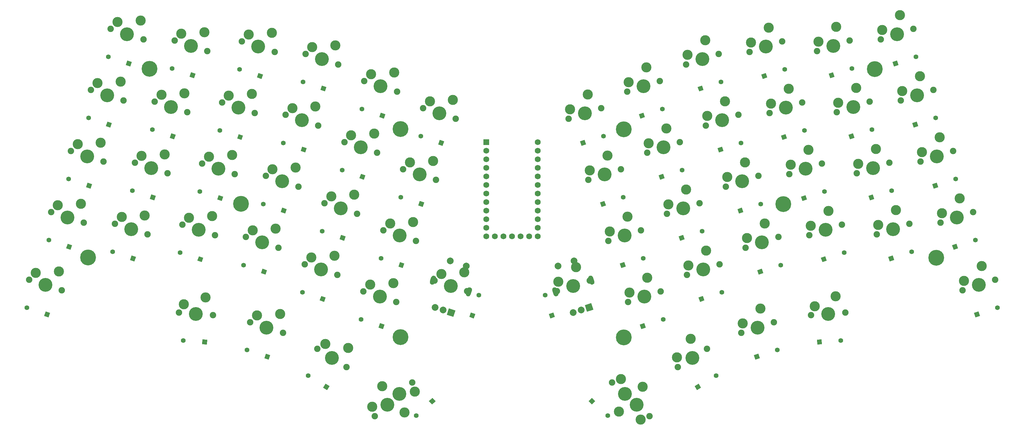
<source format=gts>
G04 #@! TF.GenerationSoftware,KiCad,Pcbnew,(6.0.2-0)*
G04 #@! TF.CreationDate,2022-02-19T09:02:28+00:00*
G04 #@! TF.ProjectId,atreyu-pcb2,61747265-7975-42d7-9063-62322e6b6963,rev?*
G04 #@! TF.SameCoordinates,Original*
G04 #@! TF.FileFunction,Soldermask,Top*
G04 #@! TF.FilePolarity,Negative*
%FSLAX46Y46*%
G04 Gerber Fmt 4.6, Leading zero omitted, Abs format (unit mm)*
G04 Created by KiCad (PCBNEW (6.0.2-0)) date 2022-02-19 09:02:28*
%MOMM*%
%LPD*%
G01*
G04 APERTURE LIST*
%ADD10C,1.900000*%
%ADD11C,3.000000*%
%ADD12C,4.100000*%
%ADD13C,1.400000*%
%ADD14R,1.752600X1.752600*%
%ADD15C,1.752600*%
%ADD16C,4.700000*%
%ADD17C,2.000000*%
G04 APERTURE END LIST*
D10*
X156035123Y-156321521D03*
D11*
X156573071Y-150667442D03*
D10*
X147418955Y-150937541D03*
D12*
X151727039Y-153629531D03*
D11*
X149841971Y-149456496D03*
G36*
X277178703Y-154124510D02*
G01*
X276746080Y-152793031D01*
X278077559Y-152360408D01*
X278510182Y-153691887D01*
X277178703Y-154124510D01*
G37*
D13*
X283667340Y-151280201D03*
G36*
X184985510Y-89373238D02*
G01*
X184552887Y-90704717D01*
X183221408Y-90272094D01*
X183654031Y-88940615D01*
X184985510Y-89373238D01*
G37*
X178064250Y-87860408D03*
D12*
X137000906Y-101225891D03*
D11*
X140986396Y-97179427D03*
D10*
X132169539Y-99656085D03*
D11*
X134162284Y-97632853D03*
D10*
X141832273Y-102795697D03*
G36*
X243103634Y-82644400D02*
G01*
X242671011Y-81312921D01*
X244002490Y-80880298D01*
X244435113Y-82211777D01*
X243103634Y-82644400D01*
G37*
D13*
X249592271Y-79800091D03*
G36*
X151076986Y-161982270D02*
G01*
X150335099Y-163169537D01*
X149147832Y-162427650D01*
X149889719Y-161240383D01*
X151076986Y-161982270D01*
G37*
X144727304Y-158839973D03*
D11*
X307622159Y-96065555D03*
D12*
X312030587Y-97303884D03*
D10*
X316861954Y-95734078D03*
D11*
X312876464Y-91687614D03*
D10*
X307199220Y-98873690D03*
D11*
X129566373Y-141034254D03*
D12*
X132404995Y-144627292D03*
D10*
X127573628Y-143057486D03*
D11*
X136390485Y-140580828D03*
D10*
X137236362Y-146197098D03*
D14*
X197502560Y-89601494D03*
D15*
X197502560Y-92141494D03*
X197502560Y-94681494D03*
X197502560Y-97221494D03*
X197502560Y-99761494D03*
X197502560Y-102301494D03*
X197502560Y-104841494D03*
X197502560Y-107381494D03*
X197502560Y-109921494D03*
X197502560Y-112461494D03*
X197502560Y-115001494D03*
X197502560Y-117541494D03*
X212742560Y-117541494D03*
X212742560Y-115001494D03*
X212742560Y-112461494D03*
X212742560Y-109921494D03*
X212742560Y-107381494D03*
X212742560Y-104841494D03*
X212742560Y-102301494D03*
X212742560Y-99761494D03*
X212742560Y-97221494D03*
X212742560Y-94681494D03*
X212742560Y-92141494D03*
X212742560Y-89601494D03*
X200042560Y-117541494D03*
X202582560Y-117541494D03*
X205122560Y-117541494D03*
X207662560Y-117541494D03*
X210202560Y-117541494D03*
D12*
X92328646Y-115421169D03*
D10*
X97160013Y-116990975D03*
D11*
X96314136Y-111374705D03*
D10*
X87497279Y-113851363D03*
D11*
X89490024Y-111828131D03*
D10*
X248890818Y-71481720D03*
D11*
X239651023Y-71813197D03*
X244905328Y-67435256D03*
D10*
X239228084Y-74621332D03*
D12*
X244059451Y-73051526D03*
D10*
X218417701Y-133862567D03*
D11*
X224094945Y-126676491D03*
D12*
X223249068Y-132292761D03*
D10*
X228080435Y-130722955D03*
D11*
X218840640Y-131054432D03*
D16*
X312504521Y-67938959D03*
G36*
X227778450Y-166520131D02*
G01*
X228715233Y-165479728D01*
X229755636Y-166416511D01*
X228818853Y-167456914D01*
X227778450Y-166520131D01*
G37*
D13*
X233486013Y-170717300D03*
D11*
X109451472Y-112037820D03*
D10*
X107458727Y-114061052D03*
D11*
X116275584Y-111584394D03*
D10*
X117121461Y-117200664D03*
D12*
X112290094Y-115630858D03*
G36*
X133499039Y-152793029D02*
G01*
X133066416Y-154124508D01*
X131734937Y-153691885D01*
X132167560Y-152360406D01*
X133499039Y-152793029D01*
G37*
D13*
X126577779Y-151280199D03*
D12*
X129950414Y-61277979D03*
D11*
X133935904Y-57231515D03*
X127111792Y-57684941D03*
D10*
X125119047Y-59708173D03*
X134781781Y-62847785D03*
D16*
X330704465Y-123952619D03*
G36*
X111376710Y-69329455D02*
G01*
X110944087Y-70660934D01*
X109612608Y-70228311D01*
X110045231Y-68896832D01*
X111376710Y-69329455D01*
G37*
D13*
X104455450Y-67816625D03*
G36*
X225692419Y-90705287D02*
G01*
X225259796Y-89373808D01*
X226591275Y-88941185D01*
X227023898Y-90272664D01*
X225692419Y-90705287D01*
G37*
X232181056Y-87860978D03*
D11*
X76474264Y-90239414D03*
D12*
X79312886Y-93832452D03*
D10*
X84144253Y-95402258D03*
X74481519Y-92262646D03*
D11*
X83298376Y-89785988D03*
G36*
X260763952Y-136997280D02*
G01*
X260331329Y-135665801D01*
X261662808Y-135233178D01*
X262095431Y-136564657D01*
X260763952Y-136997280D01*
G37*
D13*
X267252589Y-134152971D03*
G36*
X243352738Y-145058168D02*
G01*
X242920115Y-143726689D01*
X244251594Y-143294066D01*
X244684217Y-144625545D01*
X243352738Y-145058168D01*
G37*
X249841375Y-142213859D03*
G36*
X316962240Y-125014156D02*
G01*
X316529617Y-123682677D01*
X317861096Y-123250054D01*
X318293719Y-124581533D01*
X316962240Y-125014156D01*
G37*
X323450877Y-122169847D03*
D11*
X318763238Y-109805240D03*
X313508933Y-114183181D03*
D10*
X313085994Y-116991316D03*
X322748728Y-113851704D03*
D12*
X317917361Y-115421510D03*
G36*
X144276122Y-91369658D02*
G01*
X143843499Y-92701137D01*
X142512020Y-92268514D01*
X142944643Y-90937035D01*
X144276122Y-91369658D01*
G37*
D13*
X137354862Y-89856828D03*
D11*
X268835786Y-99987561D03*
X274090091Y-95609620D03*
D10*
X278075581Y-99656084D03*
X268412847Y-102795696D03*
D12*
X273244214Y-101225890D03*
D11*
X298800906Y-110014588D03*
D12*
X297955029Y-115630858D03*
D10*
X293123662Y-117200664D03*
X302786396Y-114061052D03*
D11*
X293546601Y-114392529D03*
G36*
X119565312Y-105774627D02*
G01*
X119132689Y-107106106D01*
X117801210Y-106673483D01*
X118233833Y-105342004D01*
X119565312Y-105774627D01*
G37*
D13*
X112644052Y-104261797D03*
D12*
X165935039Y-135464799D03*
D10*
X170766406Y-137034605D03*
D11*
X169920529Y-131418335D03*
D10*
X161103672Y-133894993D03*
D11*
X163096417Y-131871761D03*
D10*
X320214974Y-77284973D03*
X329877708Y-74145361D03*
D11*
X320637913Y-74476838D03*
X325892218Y-70098897D03*
D12*
X325046341Y-75715167D03*
G36*
X86587406Y-83975991D02*
G01*
X86154783Y-85307470D01*
X84823304Y-84874847D01*
X85255927Y-83543368D01*
X86587406Y-83975991D01*
G37*
D13*
X79666146Y-82463161D03*
D12*
X292068252Y-97513232D03*
D10*
X296899619Y-95943426D03*
D11*
X287659824Y-96274903D03*
D10*
X287236885Y-99083038D03*
D11*
X292914129Y-91896962D03*
X251424572Y-108048448D03*
D12*
X255833000Y-109286777D03*
D10*
X251001633Y-110856583D03*
X260664367Y-107716971D03*
D11*
X256678877Y-103670507D03*
G36*
X237465963Y-126940541D02*
G01*
X237033340Y-125609062D01*
X238364819Y-125176439D01*
X238797442Y-126507918D01*
X237465963Y-126940541D01*
G37*
D13*
X243954600Y-124096232D03*
G36*
X329977297Y-103425667D02*
G01*
X329544674Y-102094188D01*
X330876153Y-101661565D01*
X331308776Y-102993044D01*
X329977297Y-103425667D01*
G37*
X336465934Y-100581358D03*
G36*
X149913790Y-135665797D02*
G01*
X149481167Y-136997276D01*
X148149688Y-136564653D01*
X148582311Y-135233174D01*
X149913790Y-135665797D01*
G37*
X142992530Y-134152967D03*
D16*
X238189307Y-85808627D03*
G36*
X132502574Y-127604911D02*
G01*
X132069951Y-128936390D01*
X130738472Y-128503767D01*
X131171095Y-127172288D01*
X132502574Y-127604911D01*
G37*
D13*
X125581314Y-126092081D03*
G36*
X248990403Y-100762025D02*
G01*
X248557780Y-99430546D01*
X249889259Y-98997923D01*
X250321882Y-100329402D01*
X248990403Y-100762025D01*
G37*
X255479040Y-97917716D03*
D16*
X285462261Y-108005630D03*
D12*
X249946226Y-91169151D03*
D10*
X254777593Y-89599345D03*
D11*
X245537798Y-89930822D03*
D10*
X245114859Y-92738957D03*
D11*
X250792103Y-85552881D03*
X135099620Y-115297053D03*
D10*
X135945497Y-120913323D03*
D11*
X128275508Y-115750479D03*
D10*
X126282763Y-117773711D03*
D12*
X131114130Y-119343517D03*
D11*
X301735384Y-77947928D03*
D10*
X310975179Y-77616451D03*
X301312445Y-80756063D03*
D11*
X306989689Y-73569987D03*
D12*
X306143812Y-79186257D03*
D11*
X314751141Y-56359211D03*
D12*
X319159569Y-57597540D03*
D11*
X320005446Y-51981270D03*
D10*
X314328202Y-59167346D03*
X323990936Y-56027734D03*
D11*
X275886277Y-60039649D03*
X281140582Y-55661708D03*
D10*
X275463338Y-62847784D03*
D12*
X280294705Y-61277978D03*
D10*
X285126072Y-59708172D03*
D11*
X326524689Y-92594463D03*
D10*
X326101750Y-95402598D03*
X335764484Y-92262986D03*
D11*
X331778994Y-88216522D03*
D12*
X330933117Y-93832792D03*
D11*
X281773051Y-78157275D03*
X287027356Y-73779334D03*
D10*
X281350112Y-80965410D03*
X291012846Y-77825798D03*
D12*
X286181479Y-79395604D03*
G36*
X295517231Y-149640965D02*
G01*
X295419572Y-148244376D01*
X296816161Y-148146717D01*
X296913820Y-149543306D01*
X295517231Y-149640965D01*
G37*
D13*
X302501228Y-148450887D03*
G36*
X150162898Y-73252031D02*
G01*
X149730275Y-74583510D01*
X148398796Y-74150887D01*
X148831419Y-72819408D01*
X150162898Y-73252031D01*
G37*
X143241638Y-71739201D03*
G36*
X217789465Y-141479502D02*
G01*
X216457986Y-141912125D01*
X216025363Y-140580646D01*
X217356842Y-140148023D01*
X217789465Y-141479502D01*
G37*
X214945156Y-134990865D03*
D10*
X155467527Y-89599346D03*
D12*
X160298894Y-91169152D03*
D11*
X157460272Y-87576114D03*
D10*
X165130261Y-92738958D03*
D11*
X164284384Y-87122688D03*
D10*
X71740565Y-133569335D03*
D11*
X70894688Y-127953065D03*
D12*
X66909198Y-131999529D03*
D10*
X62077831Y-130429723D03*
D11*
X64070576Y-128406491D03*
X257980132Y-147975454D03*
D10*
X254209996Y-156321523D03*
X262826164Y-150937543D03*
D11*
X253941022Y-153494483D03*
D12*
X258518080Y-153629533D03*
X232536534Y-99229545D03*
D10*
X227705167Y-100799351D03*
X237367901Y-97659739D03*
D11*
X228128106Y-97991216D03*
X233382411Y-93613275D03*
D12*
X261719773Y-127404406D03*
D11*
X257311345Y-126166077D03*
D10*
X266551140Y-125834600D03*
D11*
X262565650Y-121788136D03*
D10*
X256888406Y-128974212D03*
G36*
X324090523Y-85308039D02*
G01*
X323657900Y-83976560D01*
X324989379Y-83543937D01*
X325422002Y-84875416D01*
X324090523Y-85308039D01*
G37*
D13*
X330579160Y-82463730D03*
D10*
X242275176Y-167693797D03*
X234724824Y-160895431D03*
D11*
X243786771Y-162219030D03*
D12*
X238500000Y-164294614D03*
D11*
X237368210Y-159857639D03*
G36*
X93716390Y-123682335D02*
G01*
X93283767Y-125013814D01*
X91952288Y-124581191D01*
X92384911Y-123249712D01*
X93716390Y-123682335D01*
G37*
D13*
X86795130Y-122169505D03*
G36*
X291112433Y-107106104D02*
G01*
X290679810Y-105774625D01*
X292011289Y-105342002D01*
X292443912Y-106673481D01*
X291112433Y-107106104D01*
G37*
X297601070Y-104261795D03*
G36*
X181530587Y-165479958D02*
G01*
X182467370Y-166520361D01*
X181426967Y-167457144D01*
X180490184Y-166416741D01*
X181530587Y-165479958D01*
G37*
X176759807Y-170717530D03*
G36*
X167574110Y-81312920D02*
G01*
X167141487Y-82644399D01*
X165810008Y-82211776D01*
X166242631Y-80880297D01*
X167574110Y-81312920D01*
G37*
X160652850Y-79800090D03*
D11*
X140049057Y-79515226D03*
D10*
X138056312Y-81538458D03*
X147719046Y-84678070D03*
D12*
X142887679Y-83108264D03*
D11*
X146873169Y-79061800D03*
D10*
X182539952Y-100799353D03*
D12*
X177708585Y-99229547D03*
D11*
X181694075Y-95183083D03*
D10*
X172877218Y-97659741D03*
D11*
X174869963Y-95636509D03*
D10*
X221818392Y-82681726D03*
D11*
X222241331Y-79873591D03*
X227495636Y-75495650D03*
D10*
X231481126Y-79542114D03*
D12*
X226649759Y-81111920D03*
G36*
X113678537Y-123892251D02*
G01*
X113245914Y-125223730D01*
X111914435Y-124791107D01*
X112347058Y-123459628D01*
X113678537Y-123892251D01*
G37*
D13*
X106757277Y-122379421D03*
D11*
X344182687Y-126383603D03*
D10*
X338505443Y-133569679D03*
X348168177Y-130430067D03*
D12*
X343336810Y-131999873D03*
D11*
X338928382Y-130761544D03*
D10*
X159243487Y-110856585D03*
X149580753Y-107716973D03*
D12*
X154412120Y-109286779D03*
D11*
X158397610Y-105240315D03*
X151573498Y-105693741D03*
G36*
X80700631Y-102093618D02*
G01*
X80268008Y-103425097D01*
X78936529Y-102992474D01*
X79369152Y-101660995D01*
X80700631Y-102093618D01*
G37*
D13*
X73779371Y-100580788D03*
G36*
X299301219Y-70661502D02*
G01*
X298868596Y-69330023D01*
X300200075Y-68897400D01*
X300632698Y-70228879D01*
X299301219Y-70661502D01*
G37*
X305789856Y-67817193D03*
D10*
X283962353Y-117773711D03*
D11*
X279976863Y-113727247D03*
D10*
X274299619Y-120913323D03*
D11*
X274722558Y-118105188D03*
D12*
X279130986Y-119343517D03*
G36*
X179098550Y-107491436D02*
G01*
X178665927Y-108822915D01*
X177334448Y-108390292D01*
X177767071Y-107058813D01*
X179098550Y-107491436D01*
G37*
D13*
X172177290Y-105978606D03*
G36*
X335864070Y-121543293D02*
G01*
X335431447Y-120211814D01*
X336762926Y-119779191D01*
X337195549Y-121110670D01*
X335864070Y-121543293D01*
G37*
X342352707Y-118698984D03*
D12*
X336819892Y-111950419D03*
D10*
X341651259Y-110380613D03*
X331988525Y-113520225D03*
D11*
X337665769Y-106334149D03*
X332411464Y-110712090D03*
G36*
X92474179Y-65858365D02*
G01*
X92041556Y-67189844D01*
X90710077Y-66757221D01*
X91142700Y-65425742D01*
X92474179Y-65858365D01*
G37*
D13*
X85552919Y-64345535D03*
D10*
X171981771Y-164082391D03*
D11*
X163675621Y-168143374D03*
D10*
X164431419Y-170880757D03*
D11*
X166694999Y-162006807D03*
D12*
X168206595Y-167481574D03*
G36*
X318203749Y-67190413D02*
G01*
X317771126Y-65858934D01*
X319102605Y-65426311D01*
X319535228Y-66757790D01*
X318203749Y-67190413D01*
G37*
D13*
X324692386Y-64346104D03*
G36*
X155800563Y-117548172D02*
G01*
X155367940Y-118879651D01*
X154036461Y-118447028D01*
X154469084Y-117115549D01*
X155800563Y-117548172D01*
G37*
X148879303Y-116035342D03*
D11*
X122162357Y-93466767D03*
D10*
X113345500Y-95943425D03*
X123008234Y-99083037D03*
D11*
X115338245Y-93920193D03*
D12*
X118176867Y-97513231D03*
D10*
X153605821Y-66560444D03*
D12*
X148774454Y-64990638D03*
D11*
X152759944Y-60944174D03*
D10*
X143943087Y-63420832D03*
D11*
X145935832Y-61397600D03*
D10*
X153356715Y-128974212D03*
D11*
X152510838Y-123357942D03*
D12*
X148525348Y-127404406D03*
D11*
X145686726Y-123811368D03*
D10*
X143693981Y-125834600D03*
D12*
X124063641Y-79395604D03*
D11*
X121225019Y-75802566D03*
D10*
X119232274Y-77825798D03*
X128895008Y-80965410D03*
D11*
X128049131Y-75349140D03*
G36*
X167325002Y-143726688D02*
G01*
X166892379Y-145058167D01*
X165560900Y-144625544D01*
X165993523Y-143294065D01*
X167325002Y-143726688D01*
G37*
D13*
X160403742Y-142213858D03*
G36*
X173211778Y-125609062D02*
G01*
X172779155Y-126940541D01*
X171447676Y-126507918D01*
X171880299Y-125176439D01*
X173211778Y-125609062D01*
G37*
X166290518Y-124096232D03*
D10*
X93384051Y-95733736D03*
D11*
X102200908Y-93257078D03*
X95376796Y-93710504D03*
D12*
X98215418Y-97303542D03*
D10*
X103046785Y-98873348D03*
G36*
X193787132Y-141912126D02*
G01*
X192455653Y-141479503D01*
X192888276Y-140148024D01*
X194219755Y-140580647D01*
X193787132Y-141912126D01*
G37*
D13*
X195299962Y-134990866D03*
D10*
X243254676Y-115777369D03*
D11*
X234014881Y-116108846D03*
D12*
X238423309Y-117347175D03*
D11*
X239269186Y-111730905D03*
D10*
X233591942Y-118916981D03*
G36*
X342378766Y-141593467D02*
G01*
X341946143Y-140261988D01*
X343277622Y-139829365D01*
X343710245Y-141160844D01*
X342378766Y-141593467D01*
G37*
D13*
X348867403Y-138749158D03*
G36*
X278175169Y-128936390D02*
G01*
X277742546Y-127604911D01*
X279074025Y-127172288D01*
X279506648Y-128503767D01*
X278175169Y-128936390D01*
G37*
X284663806Y-126092081D03*
G36*
X68299162Y-140261418D02*
G01*
X67866539Y-141592897D01*
X66535060Y-141160274D01*
X66967683Y-139828795D01*
X68299162Y-140261418D01*
G37*
X61377902Y-138748588D03*
G36*
X131338858Y-69539372D02*
G01*
X130906235Y-70870851D01*
X129574756Y-70438228D01*
X130007379Y-69106749D01*
X131338858Y-69539372D01*
G37*
X124417598Y-68026542D03*
G36*
X125452084Y-87656998D02*
G01*
X125019461Y-88988477D01*
X123687982Y-88555854D01*
X124120605Y-87224375D01*
X125452084Y-87656998D01*
G37*
X118530824Y-86144168D03*
G36*
X99603161Y-105564708D02*
G01*
X99170538Y-106896187D01*
X97839059Y-106463564D01*
X98271682Y-105132085D01*
X99603161Y-105564708D01*
G37*
X92681901Y-104051878D03*
G36*
X285225660Y-88988478D02*
G01*
X284793037Y-87656999D01*
X286124516Y-87224376D01*
X286557139Y-88555855D01*
X285225660Y-88988478D01*
G37*
X291714297Y-86144169D03*
D12*
X244310081Y-135464800D03*
D11*
X239901653Y-134226471D03*
X245155958Y-129848530D03*
D10*
X249141448Y-133894994D03*
X239478714Y-137034606D03*
G36*
X260514845Y-74583510D02*
G01*
X260082222Y-73252031D01*
X261413701Y-72819408D01*
X261846324Y-74150887D01*
X260514845Y-74583510D01*
G37*
D13*
X267003482Y-71739201D03*
G36*
X138389350Y-109487283D02*
G01*
X137956727Y-110818762D01*
X136625248Y-110386139D01*
X137057871Y-109054660D01*
X138389350Y-109487283D01*
G37*
X131468090Y-107974453D03*
D10*
X182164682Y-130722956D03*
D11*
X184157427Y-128699724D03*
D10*
X191827416Y-133862568D03*
D12*
X186996049Y-132292762D03*
D11*
X190981539Y-128246298D03*
X268203317Y-77491990D03*
D12*
X267357440Y-83108260D03*
D10*
X262526073Y-84678066D03*
D11*
X262949012Y-81869931D03*
D10*
X272188807Y-81538454D03*
G36*
X266401619Y-92701134D02*
G01*
X265968996Y-91369655D01*
X267300475Y-90937032D01*
X267733098Y-92268511D01*
X266401619Y-92701134D01*
G37*
D13*
X272890256Y-89856825D03*
G36*
X114829160Y-148233257D02*
G01*
X114731501Y-149629846D01*
X113334912Y-149532187D01*
X113432571Y-148135598D01*
X114829160Y-148233257D01*
G37*
X107747504Y-148439768D03*
D10*
X293696443Y-140907181D03*
X303831693Y-140198455D03*
D12*
X298764068Y-140552818D03*
D11*
X294786168Y-138284777D03*
X300943518Y-135308011D03*
D10*
X238264051Y-164082164D03*
D11*
X236752456Y-169556931D03*
D12*
X242039227Y-167481347D03*
D10*
X245814403Y-170880530D03*
D11*
X243171017Y-171918322D03*
D10*
X105157598Y-59498483D03*
D12*
X109988965Y-61068289D03*
D10*
X114820332Y-62638095D03*
D11*
X107150343Y-57475251D03*
X113974455Y-57021825D03*
G36*
X74813858Y-120211245D02*
G01*
X74381235Y-121542724D01*
X73049756Y-121110101D01*
X73482379Y-119778622D01*
X74813858Y-120211245D01*
G37*
D13*
X67892598Y-118698415D03*
D10*
X106414126Y-140198682D03*
D11*
X114369927Y-135662601D03*
X107858213Y-137753460D03*
D12*
X111481751Y-140553045D03*
D10*
X116549376Y-140907408D03*
X175520996Y-160895658D03*
D11*
X176276794Y-163633041D03*
D12*
X171745820Y-164294841D03*
D10*
X167970644Y-167694024D03*
D11*
X173257416Y-169769608D03*
G36*
X254877178Y-118879650D02*
G01*
X254444555Y-117548171D01*
X255776034Y-117115548D01*
X256208657Y-118447027D01*
X254877178Y-118879650D01*
G37*
D13*
X261365815Y-116035341D03*
D10*
X80368297Y-74145021D03*
D11*
X82361042Y-72121789D03*
D12*
X85199664Y-75714827D03*
D10*
X90031031Y-77284633D03*
D11*
X89185154Y-71668363D03*
D16*
X238222566Y-147558083D03*
G36*
X311074766Y-106896756D02*
G01*
X310642143Y-105565277D01*
X311973622Y-105132654D01*
X312406245Y-106464133D01*
X311074766Y-106896756D01*
G37*
D13*
X317563403Y-104052447D03*
D11*
X257062238Y-63752308D03*
X262316543Y-59374367D03*
D10*
X266302033Y-63420831D03*
D12*
X261470666Y-64990637D03*
D10*
X256639299Y-66560443D03*
D12*
X73426115Y-111950078D03*
D10*
X78257482Y-113519884D03*
X68594748Y-110380272D03*
D11*
X70587493Y-108357040D03*
X77411605Y-107903614D03*
G36*
X279338885Y-70870851D02*
G01*
X278906262Y-69539372D01*
X280237741Y-69106749D01*
X280670364Y-70438228D01*
X279338885Y-70870851D01*
G37*
D13*
X285827522Y-68026542D03*
D10*
X295425674Y-62638439D03*
D11*
X301102918Y-55452363D03*
X295848613Y-59830304D03*
D10*
X305088408Y-59498827D03*
D12*
X300257041Y-61068633D03*
D10*
X188426725Y-82681727D03*
X178763991Y-79542115D03*
D11*
X187580848Y-77065457D03*
X180756736Y-77518883D03*
D12*
X183595358Y-81111921D03*
D11*
X278686001Y-139011020D03*
D12*
X277840124Y-144627290D03*
D11*
X273431696Y-143388961D03*
D10*
X282671491Y-143057484D03*
X273008757Y-146197096D03*
D12*
X104102192Y-79185917D03*
D11*
X101263570Y-75592879D03*
X108087682Y-75139453D03*
D10*
X99270825Y-77616111D03*
X108933559Y-80755723D03*
G36*
X305187992Y-88779130D02*
G01*
X304755369Y-87447651D01*
X306086848Y-87015028D01*
X306519471Y-88346507D01*
X305187992Y-88779130D01*
G37*
D13*
X311676629Y-85934821D03*
G36*
X259910023Y-163169537D02*
G01*
X259168136Y-161982270D01*
X260355403Y-161240383D01*
X261097290Y-162427650D01*
X259910023Y-163169537D01*
G37*
X265517818Y-158839973D03*
G36*
X161687338Y-99430545D02*
G01*
X161254715Y-100762024D01*
X159923236Y-100329401D01*
X160355859Y-98997922D01*
X161687338Y-99430545D01*
G37*
X154766078Y-97917715D03*
G36*
X105489936Y-87447081D02*
G01*
X105057313Y-88778560D01*
X103725834Y-88345937D01*
X104158457Y-87014458D01*
X105489936Y-87447081D01*
G37*
X98568676Y-85934251D03*
G36*
X272288393Y-110818763D02*
G01*
X271855770Y-109487284D01*
X273187249Y-109054661D01*
X273619872Y-110386140D01*
X272288393Y-110818763D01*
G37*
X278777030Y-107974454D03*
G36*
X231579189Y-108822914D02*
G01*
X231146566Y-107491435D01*
X232478045Y-107058812D01*
X232910668Y-108390291D01*
X231579189Y-108822914D01*
G37*
X238067826Y-105978605D03*
D11*
X175807300Y-113300710D03*
D10*
X176653177Y-118916980D03*
D12*
X171821810Y-117347174D03*
D10*
X166990443Y-115777368D03*
D11*
X168983188Y-113754136D03*
D10*
X171017034Y-74621330D03*
D12*
X166185667Y-73051524D03*
D11*
X170171157Y-69005060D03*
D10*
X161354300Y-71481718D03*
D11*
X163347045Y-69458486D03*
G36*
X296999207Y-125223731D02*
G01*
X296566584Y-123892252D01*
X297898063Y-123459629D01*
X298330686Y-124791108D01*
X296999207Y-125223731D01*
G37*
D13*
X303487844Y-122379422D03*
D12*
X91086435Y-57597198D03*
D10*
X95917802Y-59167004D03*
D11*
X88247813Y-54004160D03*
D10*
X86255068Y-56027392D03*
D11*
X95071925Y-53550734D03*
D17*
X191536809Y-126407909D03*
X186781527Y-124862824D03*
X184678422Y-139425686D03*
X182300780Y-138653143D03*
G36*
X187698103Y-141458302D02*
G01*
X185795989Y-140840268D01*
X186414023Y-138938154D01*
X188316137Y-139556188D01*
X187698103Y-141458302D01*
G37*
G36*
G01*
X191889341Y-135354736D02*
X191889341Y-135354736D01*
G75*
G02*
X191407812Y-134409681I231763J713292D01*
G01*
X191809534Y-133173307D01*
G75*
G02*
X192754589Y-132691778I713292J-231763D01*
G01*
X192754589Y-132691778D01*
G75*
G02*
X193236118Y-133636833I-231763J-713292D01*
G01*
X192834396Y-134873207D01*
G75*
G02*
X191889341Y-135354736I-713292J231763D01*
G01*
G37*
G36*
G01*
X181237509Y-131893746D02*
X181237509Y-131893746D01*
G75*
G02*
X180755980Y-130948691I231763J713292D01*
G01*
X181157702Y-129712317D01*
G75*
G02*
X182102757Y-129230788I713292J-231763D01*
G01*
X182102757Y-129230788D01*
G75*
G02*
X182584286Y-130175843I-231763J-713292D01*
G01*
X182182564Y-131412217D01*
G75*
G02*
X181237509Y-131893746I-713292J231763D01*
G01*
G37*
X223463590Y-124862823D03*
X218708308Y-126407908D03*
X225566695Y-139425685D03*
X223189054Y-140198227D03*
G36*
X229204411Y-139295182D02*
G01*
X227302297Y-139913216D01*
X226684263Y-138011102D01*
X228586377Y-137393068D01*
X229204411Y-139295182D01*
G37*
G36*
G01*
X218355776Y-135354735D02*
X218355776Y-135354735D01*
G75*
G02*
X217410721Y-134873206I-231763J713292D01*
G01*
X217008999Y-133636832D01*
G75*
G02*
X217490528Y-132691777I713292J231763D01*
G01*
X217490528Y-132691777D01*
G75*
G02*
X218435583Y-133173306I231763J-713292D01*
G01*
X218837305Y-134409680D01*
G75*
G02*
X218355776Y-135354735I-713292J-231763D01*
G01*
G37*
G36*
G01*
X229007608Y-131893745D02*
X229007608Y-131893745D01*
G75*
G02*
X228062553Y-131412216I-231763J713292D01*
G01*
X227660831Y-130175842D01*
G75*
G02*
X228142360Y-129230787I713292J231763D01*
G01*
X228142360Y-129230787D01*
G75*
G02*
X229087415Y-129712316I231763J-713292D01*
G01*
X229489137Y-130948690D01*
G75*
G02*
X229007608Y-131893745I-713292J-231763D01*
G01*
G37*
D16*
X172083724Y-85717541D03*
X172050465Y-147467000D03*
X97768509Y-67847875D03*
X124810771Y-107914546D03*
X79568568Y-123861536D03*
M02*

</source>
